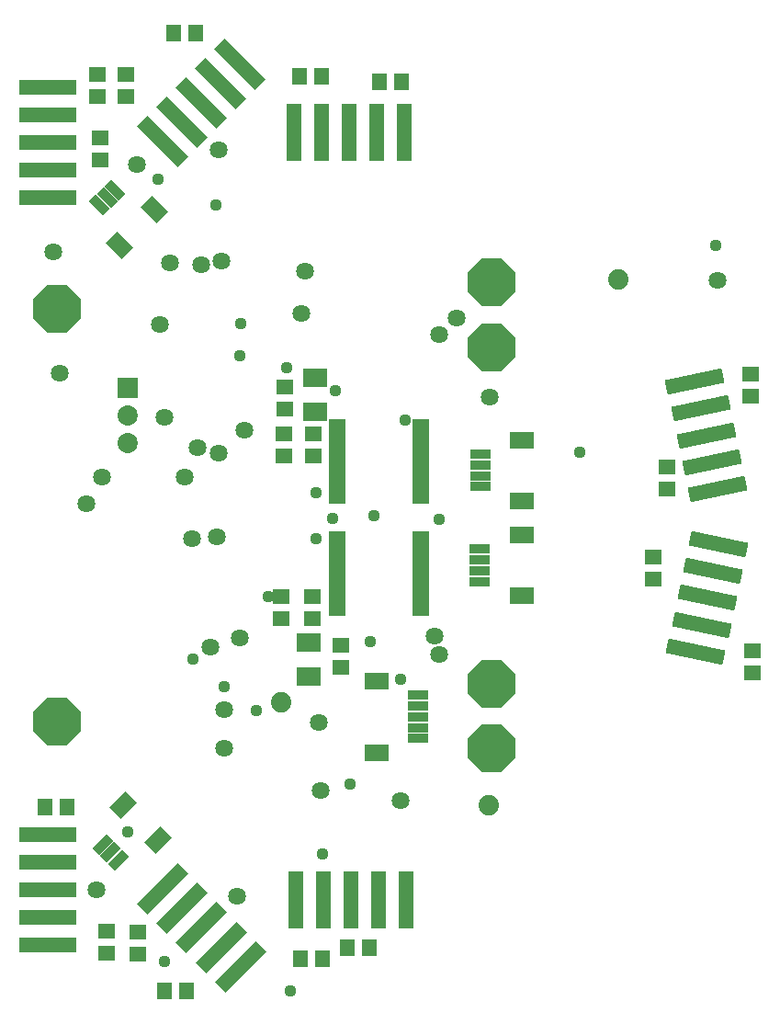
<source format=gbs>
%FSLAX42Y42*%
%MOMM*%
G71*
G01*
G75*
G04 Layer_Color=16711935*
%ADD10R,3.00X1.50*%
%ADD11R,1.50X1.00*%
%ADD12R,1.00X1.50*%
%ADD13R,1.27X1.02*%
%ADD14R,1.02X1.27*%
%ADD15R,1.20X0.30*%
%ADD16R,0.30X1.20*%
%ADD17R,1.20X2.50*%
%ADD18R,2.00X3.20*%
%ADD19R,2.16X2.74*%
%ADD20R,3.20X2.00*%
%ADD21R,2.90X5.40*%
%ADD22R,3.30X1.50*%
%ADD23R,1.02X2.79*%
%ADD24R,10.41X11.94*%
%ADD25R,1.30X6.00*%
%ADD26C,0.25*%
%ADD27C,1.02*%
%ADD28C,0.76*%
%ADD29C,0.64*%
%ADD30C,0.51*%
%ADD31C,1.52*%
%ADD32C,0.38*%
%ADD33R,1.50X1.50*%
%ADD34C,1.50*%
%ADD35P,4.33X8X22.5*%
%ADD36C,0.76*%
%ADD37C,1.52*%
%ADD38C,1.27*%
%ADD39R,1.80X1.40*%
%ADD40R,1.14X0.30*%
%ADD41R,5.00X1.00*%
G04:AMPARAMS|DCode=42|XSize=1mm|YSize=5mm|CornerRadius=0mm|HoleSize=0mm|Usage=FLASHONLY|Rotation=315.000|XOffset=0mm|YOffset=0mm|HoleType=Round|Shape=Rectangle|*
%AMROTATEDRECTD42*
4,1,4,-2.12,-1.41,1.41,2.12,2.12,1.41,-1.41,-2.12,-2.12,-1.41,0.0*
%
%ADD42ROTATEDRECTD42*%

%ADD43R,1.00X5.00*%
G04:AMPARAMS|DCode=44|XSize=1mm|YSize=5mm|CornerRadius=0mm|HoleSize=0mm|Usage=FLASHONLY|Rotation=102.000|XOffset=0mm|YOffset=0mm|HoleType=Round|Shape=Rectangle|*
%AMROTATEDRECTD44*
4,1,4,2.55,0.03,-2.34,-1.01,-2.55,-0.03,2.34,1.01,2.55,0.03,0.0*
%
%ADD44ROTATEDRECTD44*%

G04:AMPARAMS|DCode=45|XSize=1mm|YSize=5mm|CornerRadius=0mm|HoleSize=0mm|Usage=FLASHONLY|Rotation=78.000|XOffset=0mm|YOffset=0mm|HoleType=Round|Shape=Rectangle|*
%AMROTATEDRECTD45*
4,1,4,2.34,-1.01,-2.55,0.03,-2.34,1.01,2.55,-0.03,2.34,-1.01,0.0*
%
%ADD45ROTATEDRECTD45*%

G04:AMPARAMS|DCode=46|XSize=1mm|YSize=5mm|CornerRadius=0mm|HoleSize=0mm|Usage=FLASHONLY|Rotation=225.000|XOffset=0mm|YOffset=0mm|HoleType=Round|Shape=Rectangle|*
%AMROTATEDRECTD46*
4,1,4,-1.41,2.12,2.12,-1.41,1.41,-2.12,-2.12,1.41,-1.41,2.12,0.0*
%
%ADD46ROTATEDRECTD46*%

G04:AMPARAMS|DCode=47|XSize=1.8mm|YSize=1.2mm|CornerRadius=0mm|HoleSize=0mm|Usage=FLASHONLY|Rotation=225.000|XOffset=0mm|YOffset=0mm|HoleType=Round|Shape=Rectangle|*
%AMROTATEDRECTD47*
4,1,4,0.21,1.06,1.06,0.21,-0.21,-1.06,-1.06,-0.21,0.21,1.06,0.0*
%
%ADD47ROTATEDRECTD47*%

G04:AMPARAMS|DCode=48|XSize=1.55mm|YSize=0.6mm|CornerRadius=0mm|HoleSize=0mm|Usage=FLASHONLY|Rotation=225.000|XOffset=0mm|YOffset=0mm|HoleType=Round|Shape=Rectangle|*
%AMROTATEDRECTD48*
4,1,4,0.34,0.76,0.76,0.34,-0.34,-0.76,-0.76,-0.34,0.34,0.76,0.0*
%
%ADD48ROTATEDRECTD48*%

G04:AMPARAMS|DCode=49|XSize=1.8mm|YSize=1.2mm|CornerRadius=0mm|HoleSize=0mm|Usage=FLASHONLY|Rotation=135.000|XOffset=0mm|YOffset=0mm|HoleType=Round|Shape=Rectangle|*
%AMROTATEDRECTD49*
4,1,4,1.06,-0.21,0.21,-1.06,-1.06,0.21,-0.21,1.06,1.06,-0.21,0.0*
%
%ADD49ROTATEDRECTD49*%

G04:AMPARAMS|DCode=50|XSize=1.55mm|YSize=0.6mm|CornerRadius=0mm|HoleSize=0mm|Usage=FLASHONLY|Rotation=135.000|XOffset=0mm|YOffset=0mm|HoleType=Round|Shape=Rectangle|*
%AMROTATEDRECTD50*
4,1,4,0.76,-0.34,0.34,-0.76,-0.76,0.34,-0.34,0.76,0.76,-0.34,0.0*
%
%ADD50ROTATEDRECTD50*%

%ADD51R,1.80X1.20*%
%ADD52R,1.55X0.60*%
%ADD53C,1.78*%
%ADD54R,3.36X1.86*%
%ADD55R,1.86X1.36*%
%ADD56R,1.36X1.86*%
%ADD57R,1.63X1.37*%
%ADD58R,1.37X1.63*%
%ADD59R,1.56X0.66*%
%ADD60R,0.66X1.56*%
%ADD61R,1.56X2.86*%
%ADD62R,2.36X3.56*%
%ADD63R,2.51X3.10*%
%ADD64R,3.56X2.36*%
%ADD65R,3.26X5.76*%
%ADD66R,3.66X1.86*%
%ADD67R,1.37X3.15*%
%ADD68R,10.77X12.29*%
%ADD69R,1.66X6.36*%
%ADD70R,1.86X1.86*%
%ADD71C,1.86*%
%ADD72P,4.71X8X22.5*%
%ADD73C,1.12*%
%ADD74C,1.88*%
%ADD75C,1.63*%
%ADD76R,2.16X1.76*%
%ADD77R,1.50X0.66*%
%ADD78R,5.36X1.36*%
G04:AMPARAMS|DCode=79|XSize=1.36mm|YSize=5.36mm|CornerRadius=0mm|HoleSize=0mm|Usage=FLASHONLY|Rotation=315.000|XOffset=0mm|YOffset=0mm|HoleType=Round|Shape=Rectangle|*
%AMROTATEDRECTD79*
4,1,4,-2.37,-1.41,1.41,2.37,2.37,1.41,-1.41,-2.37,-2.37,-1.41,0.0*
%
%ADD79ROTATEDRECTD79*%

%ADD80R,1.36X5.36*%
G04:AMPARAMS|DCode=81|XSize=1.36mm|YSize=5.36mm|CornerRadius=0mm|HoleSize=0mm|Usage=FLASHONLY|Rotation=102.000|XOffset=0mm|YOffset=0mm|HoleType=Round|Shape=Rectangle|*
%AMROTATEDRECTD81*
4,1,4,2.76,-0.11,-2.48,-1.22,-2.76,0.11,2.48,1.22,2.76,-0.11,0.0*
%
%ADD81ROTATEDRECTD81*%

G04:AMPARAMS|DCode=82|XSize=1.36mm|YSize=5.36mm|CornerRadius=0mm|HoleSize=0mm|Usage=FLASHONLY|Rotation=78.000|XOffset=0mm|YOffset=0mm|HoleType=Round|Shape=Rectangle|*
%AMROTATEDRECTD82*
4,1,4,2.48,-1.22,-2.76,-0.11,-2.48,1.22,2.76,0.11,2.48,-1.22,0.0*
%
%ADD82ROTATEDRECTD82*%

G04:AMPARAMS|DCode=83|XSize=1.36mm|YSize=5.36mm|CornerRadius=0mm|HoleSize=0mm|Usage=FLASHONLY|Rotation=225.000|XOffset=0mm|YOffset=0mm|HoleType=Round|Shape=Rectangle|*
%AMROTATEDRECTD83*
4,1,4,-1.41,2.37,2.37,-1.41,1.41,-2.37,-2.37,1.41,-1.41,2.37,0.0*
%
%ADD83ROTATEDRECTD83*%

G04:AMPARAMS|DCode=84|XSize=2.16mm|YSize=1.56mm|CornerRadius=0mm|HoleSize=0mm|Usage=FLASHONLY|Rotation=225.000|XOffset=0mm|YOffset=0mm|HoleType=Round|Shape=Rectangle|*
%AMROTATEDRECTD84*
4,1,4,0.21,1.31,1.31,0.21,-0.21,-1.31,-1.31,-0.21,0.21,1.31,0.0*
%
%ADD84ROTATEDRECTD84*%

G04:AMPARAMS|DCode=85|XSize=1.91mm|YSize=0.96mm|CornerRadius=0mm|HoleSize=0mm|Usage=FLASHONLY|Rotation=225.000|XOffset=0mm|YOffset=0mm|HoleType=Round|Shape=Rectangle|*
%AMROTATEDRECTD85*
4,1,4,0.34,1.01,1.01,0.34,-0.34,-1.01,-1.01,-0.34,0.34,1.01,0.0*
%
%ADD85ROTATEDRECTD85*%

G04:AMPARAMS|DCode=86|XSize=2.16mm|YSize=1.56mm|CornerRadius=0mm|HoleSize=0mm|Usage=FLASHONLY|Rotation=135.000|XOffset=0mm|YOffset=0mm|HoleType=Round|Shape=Rectangle|*
%AMROTATEDRECTD86*
4,1,4,1.31,-0.21,0.21,-1.31,-1.31,0.21,-0.21,1.31,1.31,-0.21,0.0*
%
%ADD86ROTATEDRECTD86*%

G04:AMPARAMS|DCode=87|XSize=1.91mm|YSize=0.96mm|CornerRadius=0mm|HoleSize=0mm|Usage=FLASHONLY|Rotation=135.000|XOffset=0mm|YOffset=0mm|HoleType=Round|Shape=Rectangle|*
%AMROTATEDRECTD87*
4,1,4,1.01,-0.34,0.34,-1.01,-1.01,0.34,-0.34,1.01,1.01,-0.34,0.0*
%
%ADD87ROTATEDRECTD87*%

%ADD88R,2.16X1.56*%
%ADD89R,1.91X0.96*%
D57*
X2969Y3401D02*
D03*
Y3604D02*
D03*
X2705Y3853D02*
D03*
Y4056D02*
D03*
X2413Y3851D02*
D03*
Y4054D02*
D03*
X2715Y5555D02*
D03*
Y5352D02*
D03*
X2446Y5982D02*
D03*
Y5778D02*
D03*
X2443Y5552D02*
D03*
Y5349D02*
D03*
X988Y8862D02*
D03*
Y8659D02*
D03*
X1097Y965D02*
D03*
Y762D02*
D03*
X6759Y3348D02*
D03*
Y3551D02*
D03*
X6746Y5895D02*
D03*
Y6099D02*
D03*
X5845Y4420D02*
D03*
Y4216D02*
D03*
X726Y8862D02*
D03*
Y8659D02*
D03*
X5969Y5044D02*
D03*
Y5248D02*
D03*
X803Y970D02*
D03*
Y767D02*
D03*
X749Y8072D02*
D03*
Y8275D02*
D03*
D58*
X1626Y9246D02*
D03*
X1422D02*
D03*
X241Y2118D02*
D03*
X445D02*
D03*
X3231Y820D02*
D03*
X3028D02*
D03*
X2784Y8842D02*
D03*
X2581D02*
D03*
X3523Y8791D02*
D03*
X3320D02*
D03*
X1542Y422D02*
D03*
X1339D02*
D03*
X2591Y714D02*
D03*
X2794D02*
D03*
D70*
X998Y5974D02*
D03*
D71*
Y5720D02*
D03*
Y5466D02*
D03*
D72*
X351Y6701D02*
D03*
Y2901D02*
D03*
X4351Y6952D02*
D03*
Y6350D02*
D03*
Y3251D02*
D03*
Y2652D02*
D03*
D73*
X5171Y5382D02*
D03*
X3515Y3292D02*
D03*
X1003Y1882D02*
D03*
X2893Y4775D02*
D03*
X2916Y5946D02*
D03*
X2741Y4585D02*
D03*
X1278Y7894D02*
D03*
X3868Y4762D02*
D03*
X3272Y4796D02*
D03*
X1811Y7658D02*
D03*
X2738Y5009D02*
D03*
X2497Y419D02*
D03*
X6424Y7287D02*
D03*
X1605Y3477D02*
D03*
X1892Y3221D02*
D03*
X2184Y3005D02*
D03*
X3236Y3642D02*
D03*
X2301Y4056D02*
D03*
X2464Y6162D02*
D03*
X2032Y6274D02*
D03*
X2040Y6566D02*
D03*
X3053Y2327D02*
D03*
X2794Y1679D02*
D03*
X1341Y688D02*
D03*
X3556Y5679D02*
D03*
D74*
X5522Y6977D02*
D03*
X2413Y3081D02*
D03*
X4333Y2134D02*
D03*
D75*
X2032Y3668D02*
D03*
X3833Y3691D02*
D03*
X1887Y2654D02*
D03*
Y3010D02*
D03*
X620Y4905D02*
D03*
X765Y5156D02*
D03*
X312Y7231D02*
D03*
X373Y6114D02*
D03*
X2779Y2268D02*
D03*
X2764Y2891D02*
D03*
X4336Y5888D02*
D03*
X6436Y6967D02*
D03*
X2080Y5585D02*
D03*
X1842Y8164D02*
D03*
X1862Y7140D02*
D03*
X1676Y7112D02*
D03*
X1085Y8031D02*
D03*
X1387Y7127D02*
D03*
X1529Y5154D02*
D03*
X3518Y2169D02*
D03*
X2007Y1293D02*
D03*
X710Y1350D02*
D03*
X1595Y4590D02*
D03*
X1760Y3589D02*
D03*
X1821Y4602D02*
D03*
X4036Y6614D02*
D03*
X2601Y6662D02*
D03*
X3868Y6469D02*
D03*
X2634Y7051D02*
D03*
X1295Y6561D02*
D03*
X1341Y5700D02*
D03*
X3876Y3523D02*
D03*
X1842Y5370D02*
D03*
X1648Y5425D02*
D03*
D76*
X2667Y3320D02*
D03*
Y3630D02*
D03*
X2731Y6068D02*
D03*
Y5758D02*
D03*
D77*
X2933Y4428D02*
D03*
Y4623D02*
D03*
Y4493D02*
D03*
Y4558D02*
D03*
X3703Y4623D02*
D03*
X2933Y4103D02*
D03*
Y4038D02*
D03*
Y3973D02*
D03*
X3703Y3908D02*
D03*
Y3973D02*
D03*
Y4038D02*
D03*
Y4103D02*
D03*
Y4168D02*
D03*
Y4233D02*
D03*
Y4298D02*
D03*
Y4363D02*
D03*
Y4493D02*
D03*
Y4558D02*
D03*
X2933Y4168D02*
D03*
Y4363D02*
D03*
Y4233D02*
D03*
X3703Y4428D02*
D03*
X2933Y3908D02*
D03*
Y4298D02*
D03*
Y5459D02*
D03*
Y5654D02*
D03*
Y5524D02*
D03*
Y5589D02*
D03*
X3703Y5654D02*
D03*
X2933Y5134D02*
D03*
Y5069D02*
D03*
Y5004D02*
D03*
X3703Y4939D02*
D03*
Y5004D02*
D03*
Y5069D02*
D03*
Y5134D02*
D03*
Y5199D02*
D03*
Y5264D02*
D03*
Y5329D02*
D03*
Y5394D02*
D03*
Y5524D02*
D03*
Y5589D02*
D03*
X2933Y5199D02*
D03*
Y5394D02*
D03*
Y5264D02*
D03*
X3703Y5459D02*
D03*
X2933Y4939D02*
D03*
Y5329D02*
D03*
D78*
X264Y842D02*
D03*
Y1096D02*
D03*
Y1350D02*
D03*
Y1604D02*
D03*
Y1858D02*
D03*
Y7726D02*
D03*
Y7980D02*
D03*
Y8234D02*
D03*
Y8488D02*
D03*
Y8742D02*
D03*
D79*
X2042Y642D02*
D03*
X1863Y821D02*
D03*
X1683Y1001D02*
D03*
X1504Y1180D02*
D03*
X1324Y1360D02*
D03*
D80*
X2535Y8332D02*
D03*
X2789D02*
D03*
X3043D02*
D03*
X3297D02*
D03*
X3551D02*
D03*
X3569Y1259D02*
D03*
X3315D02*
D03*
X3061D02*
D03*
X2807D02*
D03*
X2553D02*
D03*
D81*
X6229Y6034D02*
D03*
X6282Y5786D02*
D03*
X6335Y5537D02*
D03*
X6387Y5289D02*
D03*
X6440Y5040D02*
D03*
D82*
X6448Y4538D02*
D03*
X6395Y4290D02*
D03*
X6342Y4041D02*
D03*
X6290Y3793D02*
D03*
X6237Y3544D02*
D03*
D83*
X1320Y8240D02*
D03*
X1499Y8419D02*
D03*
X1679Y8599D02*
D03*
X1859Y8778D02*
D03*
X2038Y8958D02*
D03*
D84*
X1281Y1806D02*
D03*
X956Y2132D02*
D03*
D85*
X774Y1766D02*
D03*
X845Y1695D02*
D03*
X915Y1624D02*
D03*
D86*
X925Y7291D02*
D03*
X1250Y7617D02*
D03*
D87*
X884Y7799D02*
D03*
X814Y7728D02*
D03*
X743Y7657D02*
D03*
D88*
X4638Y4935D02*
D03*
Y5495D02*
D03*
X4636Y4059D02*
D03*
Y4619D02*
D03*
X3292Y2616D02*
D03*
X3294Y3271D02*
D03*
D89*
X4251Y5365D02*
D03*
Y5265D02*
D03*
Y5165D02*
D03*
Y5065D02*
D03*
X4248Y4489D02*
D03*
Y4389D02*
D03*
Y4289D02*
D03*
Y4189D02*
D03*
X3679Y3046D02*
D03*
Y2946D02*
D03*
Y2846D02*
D03*
Y2746D02*
D03*
Y3146D02*
D03*
M02*

</source>
